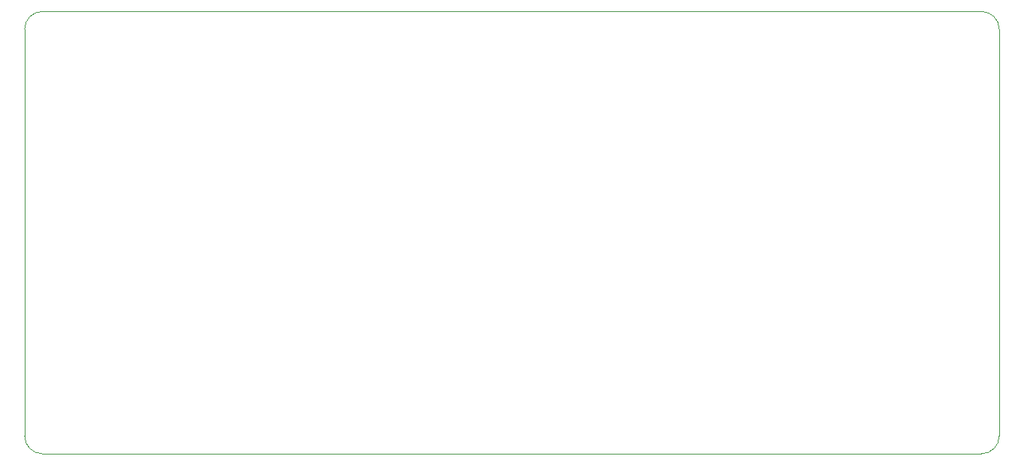
<source format=gm1>
G04 #@! TF.GenerationSoftware,KiCad,Pcbnew,8.0.8*
G04 #@! TF.CreationDate,2025-01-24T13:44:02-06:00*
G04 #@! TF.ProjectId,delay_pedal,64656c61-795f-4706-9564-616c2e6b6963,rev?*
G04 #@! TF.SameCoordinates,Original*
G04 #@! TF.FileFunction,Profile,NP*
%FSLAX46Y46*%
G04 Gerber Fmt 4.6, Leading zero omitted, Abs format (unit mm)*
G04 Created by KiCad (PCBNEW 8.0.8) date 2025-01-24 13:44:02*
%MOMM*%
%LPD*%
G01*
G04 APERTURE LIST*
G04 #@! TA.AperFunction,Profile*
%ADD10C,0.050000*%
G04 #@! TD*
G04 APERTURE END LIST*
D10*
X96914214Y-74914214D02*
X202914214Y-74914214D01*
X94914214Y-76914214D02*
G75*
G02*
X96914214Y-74914214I1999986J14D01*
G01*
X202914214Y-74914214D02*
G75*
G02*
X204914186Y-76914214I-14J-1999986D01*
G01*
X204914214Y-76914214D02*
X204914214Y-122914214D01*
X94914214Y-122914214D02*
X94914214Y-76914214D01*
X202914214Y-124914214D02*
X96914214Y-124914214D01*
X96914214Y-124914214D02*
G75*
G02*
X94914186Y-122914214I-14J2000014D01*
G01*
X204914214Y-122914214D02*
G75*
G02*
X202914214Y-124914214I-2000014J14D01*
G01*
M02*

</source>
